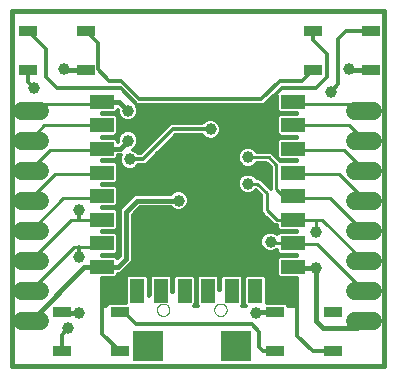
<source format=gtl>
G75*
%MOIN*%
%OFA0B0*%
%FSLAX25Y25*%
%IPPOS*%
%LPD*%
%AMOC8*
5,1,8,0,0,1.08239X$1,22.5*
%
%ADD10C,0.01600*%
%ADD11R,0.07874X0.04724*%
%ADD12R,0.04724X0.07874*%
%ADD13R,0.10000X0.10000*%
%ADD14C,0.00000*%
%ADD15C,0.06000*%
%ADD16R,0.05906X0.03543*%
%ADD17C,0.03962*%
%ADD18C,0.01200*%
%ADD19C,0.01000*%
D10*
X0008250Y0005000D02*
X0008250Y0123110D01*
X0132266Y0123110D01*
X0132266Y0005000D01*
X0008250Y0005000D01*
X0014500Y0020000D02*
X0032374Y0037874D01*
X0038250Y0037874D01*
X0043624Y0037874D01*
X0046375Y0040625D01*
X0046375Y0056250D01*
X0050125Y0060000D01*
X0063875Y0060000D01*
X0044244Y0077244D02*
X0047000Y0080000D01*
X0044244Y0077244D02*
X0038250Y0077244D01*
X0047000Y0090000D02*
X0044008Y0092992D01*
X0038250Y0092992D01*
X0032896Y0103504D02*
X0025996Y0103504D01*
X0025750Y0103750D01*
X0038250Y0045748D02*
X0038250Y0045000D01*
X0024854Y0022746D02*
X0025100Y0022500D01*
X0030750Y0022500D01*
X0089500Y0022500D02*
X0089746Y0022746D01*
X0096104Y0022746D01*
X0109500Y0020000D02*
X0112000Y0017500D01*
X0123250Y0017500D01*
X0125750Y0020000D01*
X0109500Y0020000D02*
X0109500Y0037500D01*
X0102404Y0037500D01*
X0102030Y0037874D01*
X0120996Y0103504D02*
X0120750Y0103750D01*
X0120996Y0103504D02*
X0127896Y0103504D01*
D11*
X0102030Y0092992D03*
X0102030Y0085118D03*
X0102030Y0077244D03*
X0102030Y0069370D03*
X0102030Y0061496D03*
X0102030Y0053622D03*
X0102030Y0045748D03*
X0102030Y0037874D03*
X0038250Y0037874D03*
X0038250Y0045748D03*
X0038250Y0053622D03*
X0038250Y0061496D03*
X0038250Y0069370D03*
X0038250Y0077244D03*
X0038250Y0085118D03*
X0038250Y0092992D03*
D12*
X0050061Y0030000D03*
X0057935Y0030000D03*
X0065809Y0030000D03*
X0073683Y0030000D03*
X0081557Y0030000D03*
X0089431Y0030000D03*
D13*
X0082915Y0011693D03*
X0053585Y0011693D03*
D14*
X0056636Y0023622D02*
X0056638Y0023713D01*
X0056644Y0023803D01*
X0056654Y0023894D01*
X0056668Y0023983D01*
X0056686Y0024072D01*
X0056707Y0024161D01*
X0056733Y0024248D01*
X0056762Y0024334D01*
X0056796Y0024418D01*
X0056832Y0024501D01*
X0056873Y0024583D01*
X0056917Y0024662D01*
X0056964Y0024740D01*
X0057015Y0024815D01*
X0057069Y0024888D01*
X0057126Y0024958D01*
X0057186Y0025026D01*
X0057249Y0025092D01*
X0057315Y0025154D01*
X0057384Y0025213D01*
X0057455Y0025270D01*
X0057529Y0025323D01*
X0057605Y0025373D01*
X0057683Y0025420D01*
X0057763Y0025463D01*
X0057844Y0025502D01*
X0057928Y0025538D01*
X0058013Y0025570D01*
X0058099Y0025599D01*
X0058186Y0025623D01*
X0058275Y0025644D01*
X0058364Y0025661D01*
X0058454Y0025674D01*
X0058544Y0025683D01*
X0058635Y0025688D01*
X0058726Y0025689D01*
X0058816Y0025686D01*
X0058907Y0025679D01*
X0058997Y0025668D01*
X0059087Y0025653D01*
X0059176Y0025634D01*
X0059264Y0025612D01*
X0059350Y0025585D01*
X0059436Y0025555D01*
X0059520Y0025521D01*
X0059603Y0025483D01*
X0059684Y0025442D01*
X0059763Y0025397D01*
X0059840Y0025348D01*
X0059914Y0025297D01*
X0059987Y0025242D01*
X0060057Y0025184D01*
X0060124Y0025123D01*
X0060188Y0025059D01*
X0060250Y0024993D01*
X0060309Y0024923D01*
X0060364Y0024852D01*
X0060417Y0024777D01*
X0060466Y0024701D01*
X0060512Y0024623D01*
X0060554Y0024542D01*
X0060593Y0024460D01*
X0060628Y0024376D01*
X0060659Y0024291D01*
X0060686Y0024204D01*
X0060710Y0024117D01*
X0060730Y0024028D01*
X0060746Y0023939D01*
X0060758Y0023849D01*
X0060766Y0023758D01*
X0060770Y0023667D01*
X0060770Y0023577D01*
X0060766Y0023486D01*
X0060758Y0023395D01*
X0060746Y0023305D01*
X0060730Y0023216D01*
X0060710Y0023127D01*
X0060686Y0023040D01*
X0060659Y0022953D01*
X0060628Y0022868D01*
X0060593Y0022784D01*
X0060554Y0022702D01*
X0060512Y0022621D01*
X0060466Y0022543D01*
X0060417Y0022467D01*
X0060364Y0022392D01*
X0060309Y0022321D01*
X0060250Y0022251D01*
X0060188Y0022185D01*
X0060124Y0022121D01*
X0060057Y0022060D01*
X0059987Y0022002D01*
X0059914Y0021947D01*
X0059840Y0021896D01*
X0059763Y0021847D01*
X0059684Y0021802D01*
X0059603Y0021761D01*
X0059520Y0021723D01*
X0059436Y0021689D01*
X0059350Y0021659D01*
X0059264Y0021632D01*
X0059176Y0021610D01*
X0059087Y0021591D01*
X0058997Y0021576D01*
X0058907Y0021565D01*
X0058816Y0021558D01*
X0058726Y0021555D01*
X0058635Y0021556D01*
X0058544Y0021561D01*
X0058454Y0021570D01*
X0058364Y0021583D01*
X0058275Y0021600D01*
X0058186Y0021621D01*
X0058099Y0021645D01*
X0058013Y0021674D01*
X0057928Y0021706D01*
X0057844Y0021742D01*
X0057763Y0021781D01*
X0057683Y0021824D01*
X0057605Y0021871D01*
X0057529Y0021921D01*
X0057455Y0021974D01*
X0057384Y0022031D01*
X0057315Y0022090D01*
X0057249Y0022152D01*
X0057186Y0022218D01*
X0057126Y0022286D01*
X0057069Y0022356D01*
X0057015Y0022429D01*
X0056964Y0022504D01*
X0056917Y0022582D01*
X0056873Y0022661D01*
X0056832Y0022743D01*
X0056796Y0022826D01*
X0056762Y0022910D01*
X0056733Y0022996D01*
X0056707Y0023083D01*
X0056686Y0023172D01*
X0056668Y0023261D01*
X0056654Y0023350D01*
X0056644Y0023441D01*
X0056638Y0023531D01*
X0056636Y0023622D01*
X0075730Y0023622D02*
X0075732Y0023713D01*
X0075738Y0023803D01*
X0075748Y0023894D01*
X0075762Y0023983D01*
X0075780Y0024072D01*
X0075801Y0024161D01*
X0075827Y0024248D01*
X0075856Y0024334D01*
X0075890Y0024418D01*
X0075926Y0024501D01*
X0075967Y0024583D01*
X0076011Y0024662D01*
X0076058Y0024740D01*
X0076109Y0024815D01*
X0076163Y0024888D01*
X0076220Y0024958D01*
X0076280Y0025026D01*
X0076343Y0025092D01*
X0076409Y0025154D01*
X0076478Y0025213D01*
X0076549Y0025270D01*
X0076623Y0025323D01*
X0076699Y0025373D01*
X0076777Y0025420D01*
X0076857Y0025463D01*
X0076938Y0025502D01*
X0077022Y0025538D01*
X0077107Y0025570D01*
X0077193Y0025599D01*
X0077280Y0025623D01*
X0077369Y0025644D01*
X0077458Y0025661D01*
X0077548Y0025674D01*
X0077638Y0025683D01*
X0077729Y0025688D01*
X0077820Y0025689D01*
X0077910Y0025686D01*
X0078001Y0025679D01*
X0078091Y0025668D01*
X0078181Y0025653D01*
X0078270Y0025634D01*
X0078358Y0025612D01*
X0078444Y0025585D01*
X0078530Y0025555D01*
X0078614Y0025521D01*
X0078697Y0025483D01*
X0078778Y0025442D01*
X0078857Y0025397D01*
X0078934Y0025348D01*
X0079008Y0025297D01*
X0079081Y0025242D01*
X0079151Y0025184D01*
X0079218Y0025123D01*
X0079282Y0025059D01*
X0079344Y0024993D01*
X0079403Y0024923D01*
X0079458Y0024852D01*
X0079511Y0024777D01*
X0079560Y0024701D01*
X0079606Y0024623D01*
X0079648Y0024542D01*
X0079687Y0024460D01*
X0079722Y0024376D01*
X0079753Y0024291D01*
X0079780Y0024204D01*
X0079804Y0024117D01*
X0079824Y0024028D01*
X0079840Y0023939D01*
X0079852Y0023849D01*
X0079860Y0023758D01*
X0079864Y0023667D01*
X0079864Y0023577D01*
X0079860Y0023486D01*
X0079852Y0023395D01*
X0079840Y0023305D01*
X0079824Y0023216D01*
X0079804Y0023127D01*
X0079780Y0023040D01*
X0079753Y0022953D01*
X0079722Y0022868D01*
X0079687Y0022784D01*
X0079648Y0022702D01*
X0079606Y0022621D01*
X0079560Y0022543D01*
X0079511Y0022467D01*
X0079458Y0022392D01*
X0079403Y0022321D01*
X0079344Y0022251D01*
X0079282Y0022185D01*
X0079218Y0022121D01*
X0079151Y0022060D01*
X0079081Y0022002D01*
X0079008Y0021947D01*
X0078934Y0021896D01*
X0078857Y0021847D01*
X0078778Y0021802D01*
X0078697Y0021761D01*
X0078614Y0021723D01*
X0078530Y0021689D01*
X0078444Y0021659D01*
X0078358Y0021632D01*
X0078270Y0021610D01*
X0078181Y0021591D01*
X0078091Y0021576D01*
X0078001Y0021565D01*
X0077910Y0021558D01*
X0077820Y0021555D01*
X0077729Y0021556D01*
X0077638Y0021561D01*
X0077548Y0021570D01*
X0077458Y0021583D01*
X0077369Y0021600D01*
X0077280Y0021621D01*
X0077193Y0021645D01*
X0077107Y0021674D01*
X0077022Y0021706D01*
X0076938Y0021742D01*
X0076857Y0021781D01*
X0076777Y0021824D01*
X0076699Y0021871D01*
X0076623Y0021921D01*
X0076549Y0021974D01*
X0076478Y0022031D01*
X0076409Y0022090D01*
X0076343Y0022152D01*
X0076280Y0022218D01*
X0076220Y0022286D01*
X0076163Y0022356D01*
X0076109Y0022429D01*
X0076058Y0022504D01*
X0076011Y0022582D01*
X0075967Y0022661D01*
X0075926Y0022743D01*
X0075890Y0022826D01*
X0075856Y0022910D01*
X0075827Y0022996D01*
X0075801Y0023083D01*
X0075780Y0023172D01*
X0075762Y0023261D01*
X0075748Y0023350D01*
X0075738Y0023441D01*
X0075732Y0023531D01*
X0075730Y0023622D01*
D15*
X0122750Y0020000D02*
X0128750Y0020000D01*
X0128750Y0030000D02*
X0122750Y0030000D01*
X0122750Y0040000D02*
X0128750Y0040000D01*
X0128750Y0050000D02*
X0122750Y0050000D01*
X0122750Y0060000D02*
X0128750Y0060000D01*
X0128750Y0070000D02*
X0122750Y0070000D01*
X0122750Y0080000D02*
X0128750Y0080000D01*
X0128750Y0090000D02*
X0122750Y0090000D01*
X0017500Y0090000D02*
X0011500Y0090000D01*
X0011500Y0080000D02*
X0017500Y0080000D01*
X0017500Y0070000D02*
X0011500Y0070000D01*
X0011500Y0060000D02*
X0017500Y0060000D01*
X0017500Y0050000D02*
X0011500Y0050000D01*
X0011500Y0040000D02*
X0017500Y0040000D01*
X0017500Y0030000D02*
X0011500Y0030000D01*
X0011500Y0020000D02*
X0017500Y0020000D01*
D16*
X0024854Y0022746D03*
X0024854Y0009754D03*
X0044146Y0009754D03*
X0044146Y0022746D03*
X0096104Y0022746D03*
X0096104Y0009754D03*
X0115396Y0009754D03*
X0115396Y0022746D03*
X0108604Y0103504D03*
X0108604Y0116496D03*
X0127896Y0116496D03*
X0127896Y0103504D03*
X0032896Y0103504D03*
X0032896Y0116496D03*
X0013604Y0116496D03*
X0013604Y0103504D03*
D17*
X0015750Y0097500D03*
X0025750Y0103750D03*
X0047000Y0090000D03*
X0047000Y0080000D03*
X0047625Y0073750D03*
X0063875Y0060000D03*
X0079500Y0050000D03*
X0094500Y0046250D03*
X0109500Y0049375D03*
X0109500Y0037500D03*
X0125250Y0050000D03*
X0089500Y0022500D03*
X0087000Y0065625D03*
X0087000Y0074375D03*
X0074500Y0083750D03*
X0114500Y0096250D03*
X0120750Y0103750D03*
X0030750Y0056875D03*
X0030750Y0041250D03*
X0030750Y0022500D03*
X0027000Y0017500D03*
D18*
X0024854Y0015354D01*
X0024854Y0009754D01*
X0038250Y0015650D02*
X0038250Y0027500D01*
X0046375Y0035625D01*
X0053875Y0035625D01*
X0069500Y0051250D01*
X0079500Y0050000D01*
X0080750Y0048125D01*
X0103250Y0025625D01*
X0103250Y0015000D01*
X0108496Y0009754D01*
X0115396Y0009754D01*
X0096104Y0009754D02*
X0095858Y0010000D01*
X0092000Y0010000D01*
X0090750Y0011250D01*
X0090750Y0016250D01*
X0088250Y0018750D01*
X0049500Y0018750D01*
X0045504Y0022746D01*
X0044146Y0022746D01*
X0046299Y0025918D02*
X0040613Y0025918D01*
X0039793Y0025098D01*
X0039793Y0025000D01*
X0038250Y0025000D01*
X0038250Y0034112D01*
X0042767Y0034112D01*
X0043587Y0034932D01*
X0043587Y0035674D01*
X0044535Y0035674D01*
X0047286Y0038425D01*
X0048575Y0039714D01*
X0048575Y0055339D01*
X0051036Y0057800D01*
X0061293Y0057800D01*
X0061960Y0057134D01*
X0063202Y0056619D01*
X0064548Y0056619D01*
X0065790Y0057134D01*
X0066741Y0058085D01*
X0067256Y0059327D01*
X0067256Y0060673D01*
X0066741Y0061915D01*
X0065790Y0062866D01*
X0064548Y0063381D01*
X0063202Y0063381D01*
X0061960Y0062866D01*
X0061293Y0062200D01*
X0049214Y0062200D01*
X0047925Y0060911D01*
X0044175Y0057161D01*
X0044175Y0041536D01*
X0043521Y0040882D01*
X0042767Y0041636D01*
X0038250Y0041636D01*
X0038250Y0041986D01*
X0042767Y0041986D01*
X0043587Y0042806D01*
X0043587Y0048690D01*
X0042767Y0049510D01*
X0038250Y0049510D01*
X0038250Y0049860D01*
X0042767Y0049860D01*
X0043587Y0050680D01*
X0043587Y0056564D01*
X0042767Y0057384D01*
X0038250Y0057384D01*
X0038250Y0057734D01*
X0042767Y0057734D01*
X0043587Y0058554D01*
X0043587Y0064438D01*
X0042767Y0065258D01*
X0038250Y0065258D01*
X0038250Y0065608D01*
X0042767Y0065608D01*
X0043587Y0066428D01*
X0043587Y0072312D01*
X0042767Y0073132D01*
X0038250Y0073132D01*
X0038250Y0073482D01*
X0042767Y0073482D01*
X0043587Y0074302D01*
X0043587Y0075044D01*
X0044501Y0075044D01*
X0044244Y0074423D01*
X0044244Y0073077D01*
X0044759Y0071835D01*
X0045710Y0070884D01*
X0046952Y0070369D01*
X0048298Y0070369D01*
X0049540Y0070884D01*
X0050407Y0071750D01*
X0052828Y0071750D01*
X0062828Y0081750D01*
X0071718Y0081750D01*
X0072585Y0080884D01*
X0073827Y0080369D01*
X0075173Y0080369D01*
X0076415Y0080884D01*
X0077366Y0081835D01*
X0077881Y0083077D01*
X0077881Y0084423D01*
X0077366Y0085665D01*
X0076415Y0086616D01*
X0075173Y0087131D01*
X0073827Y0087131D01*
X0072585Y0086616D01*
X0071718Y0085750D01*
X0061172Y0085750D01*
X0060000Y0084578D01*
X0051172Y0075750D01*
X0050407Y0075750D01*
X0049540Y0076616D01*
X0048603Y0077004D01*
X0048915Y0077134D01*
X0049866Y0078085D01*
X0050381Y0079327D01*
X0050381Y0080673D01*
X0049866Y0081915D01*
X0048915Y0082866D01*
X0047673Y0083381D01*
X0046327Y0083381D01*
X0045085Y0082866D01*
X0044134Y0081915D01*
X0043619Y0080673D01*
X0043619Y0079730D01*
X0043587Y0079698D01*
X0043587Y0080186D01*
X0042767Y0081006D01*
X0038250Y0081006D01*
X0038250Y0081356D01*
X0042767Y0081356D01*
X0043587Y0082176D01*
X0043587Y0088060D01*
X0042767Y0088880D01*
X0038250Y0088880D01*
X0038250Y0089230D01*
X0042767Y0089230D01*
X0043587Y0090050D01*
X0043587Y0090302D01*
X0043619Y0090270D01*
X0043619Y0089327D01*
X0044134Y0088085D01*
X0045085Y0087134D01*
X0046327Y0086619D01*
X0047673Y0086619D01*
X0048915Y0087134D01*
X0049866Y0088085D01*
X0050381Y0089327D01*
X0050381Y0090673D01*
X0049935Y0091750D01*
X0092203Y0091750D01*
X0095453Y0095000D01*
X0096693Y0095000D01*
X0096693Y0090050D01*
X0097513Y0089230D01*
X0103250Y0089230D01*
X0103250Y0088880D01*
X0097513Y0088880D01*
X0096693Y0088060D01*
X0096693Y0082176D01*
X0097513Y0081356D01*
X0103250Y0081356D01*
X0103250Y0081006D01*
X0097513Y0081006D01*
X0096693Y0080186D01*
X0096693Y0074302D01*
X0097513Y0073482D01*
X0103250Y0073482D01*
X0103250Y0073132D01*
X0097805Y0073132D01*
X0097162Y0073775D01*
X0094662Y0076275D01*
X0089873Y0076275D01*
X0089866Y0076290D01*
X0088915Y0077241D01*
X0087673Y0077756D01*
X0086327Y0077756D01*
X0085085Y0077241D01*
X0084134Y0076290D01*
X0083619Y0075048D01*
X0083619Y0073702D01*
X0084134Y0072460D01*
X0085085Y0071509D01*
X0086327Y0070994D01*
X0087673Y0070994D01*
X0088915Y0071509D01*
X0089866Y0072460D01*
X0089873Y0072475D01*
X0093088Y0072475D01*
X0094475Y0071088D01*
X0094475Y0063962D01*
X0090912Y0067525D01*
X0089873Y0067525D01*
X0089866Y0067540D01*
X0088915Y0068491D01*
X0087673Y0069006D01*
X0086327Y0069006D01*
X0085085Y0068491D01*
X0084134Y0067540D01*
X0083619Y0066298D01*
X0083619Y0064952D01*
X0084134Y0063710D01*
X0085085Y0062759D01*
X0086327Y0062244D01*
X0087673Y0062244D01*
X0088915Y0062759D01*
X0089610Y0063453D01*
X0091350Y0061713D01*
X0091350Y0056088D01*
X0092463Y0054975D01*
X0095716Y0051722D01*
X0096693Y0051722D01*
X0096693Y0050680D01*
X0097513Y0049860D01*
X0103250Y0049860D01*
X0103250Y0049510D01*
X0097513Y0049510D01*
X0096767Y0048765D01*
X0096415Y0049116D01*
X0095173Y0049631D01*
X0093827Y0049631D01*
X0092585Y0049116D01*
X0091634Y0048165D01*
X0091119Y0046923D01*
X0091119Y0045577D01*
X0091634Y0044335D01*
X0092585Y0043384D01*
X0093827Y0042869D01*
X0095173Y0042869D01*
X0096415Y0043384D01*
X0096693Y0043661D01*
X0096693Y0042806D01*
X0097513Y0041986D01*
X0103250Y0041986D01*
X0103250Y0041636D01*
X0097513Y0041636D01*
X0096693Y0040816D01*
X0096693Y0034932D01*
X0097513Y0034112D01*
X0103250Y0034112D01*
X0103250Y0025000D01*
X0100457Y0025000D01*
X0100457Y0025098D01*
X0099637Y0025918D01*
X0093193Y0025918D01*
X0093193Y0034517D01*
X0092373Y0035337D01*
X0086489Y0035337D01*
X0085669Y0034517D01*
X0085669Y0025483D01*
X0086152Y0025000D01*
X0084836Y0025000D01*
X0085319Y0025483D01*
X0085319Y0034517D01*
X0084499Y0035337D01*
X0078615Y0035337D01*
X0077795Y0034517D01*
X0077795Y0030289D01*
X0077445Y0030289D01*
X0077445Y0034517D01*
X0076625Y0035337D01*
X0070741Y0035337D01*
X0069921Y0034517D01*
X0069921Y0025483D01*
X0070404Y0025000D01*
X0069088Y0025000D01*
X0069571Y0025483D01*
X0069571Y0034517D01*
X0068751Y0035337D01*
X0062867Y0035337D01*
X0062047Y0034517D01*
X0062047Y0029453D01*
X0061697Y0029598D01*
X0061697Y0034517D01*
X0060877Y0035337D01*
X0054993Y0035337D01*
X0054173Y0034517D01*
X0054173Y0028521D01*
X0053823Y0028171D01*
X0053823Y0034517D01*
X0053003Y0035337D01*
X0047119Y0035337D01*
X0046299Y0034517D01*
X0046299Y0025918D01*
X0046299Y0026573D02*
X0038250Y0026573D01*
X0038250Y0025375D02*
X0040070Y0025375D01*
X0038250Y0027772D02*
X0046299Y0027772D01*
X0046299Y0028970D02*
X0038250Y0028970D01*
X0038250Y0030169D02*
X0046299Y0030169D01*
X0046299Y0031367D02*
X0038250Y0031367D01*
X0038250Y0032566D02*
X0046299Y0032566D01*
X0046299Y0033764D02*
X0038250Y0033764D01*
X0043587Y0034963D02*
X0046745Y0034963D01*
X0045023Y0036161D02*
X0096693Y0036161D01*
X0096693Y0034963D02*
X0092747Y0034963D01*
X0093193Y0033764D02*
X0103250Y0033764D01*
X0103250Y0032566D02*
X0093193Y0032566D01*
X0093193Y0031367D02*
X0103250Y0031367D01*
X0103250Y0030169D02*
X0093193Y0030169D01*
X0093193Y0028970D02*
X0103250Y0028970D01*
X0103250Y0027772D02*
X0093193Y0027772D01*
X0093193Y0026573D02*
X0103250Y0026573D01*
X0103250Y0025375D02*
X0100180Y0025375D01*
X0085777Y0025375D02*
X0085211Y0025375D01*
X0085319Y0026573D02*
X0085669Y0026573D01*
X0085669Y0027772D02*
X0085319Y0027772D01*
X0085319Y0028970D02*
X0085669Y0028970D01*
X0085669Y0030169D02*
X0085319Y0030169D01*
X0085319Y0031367D02*
X0085669Y0031367D01*
X0085669Y0032566D02*
X0085319Y0032566D01*
X0085319Y0033764D02*
X0085669Y0033764D01*
X0086115Y0034963D02*
X0084873Y0034963D01*
X0078241Y0034963D02*
X0076999Y0034963D01*
X0077445Y0033764D02*
X0077795Y0033764D01*
X0077795Y0032566D02*
X0077445Y0032566D01*
X0077445Y0031367D02*
X0077795Y0031367D01*
X0070367Y0034963D02*
X0069125Y0034963D01*
X0069571Y0033764D02*
X0069921Y0033764D01*
X0069921Y0032566D02*
X0069571Y0032566D01*
X0069571Y0031367D02*
X0069921Y0031367D01*
X0069921Y0030169D02*
X0069571Y0030169D01*
X0069571Y0028970D02*
X0069921Y0028970D01*
X0069921Y0027772D02*
X0069571Y0027772D01*
X0069571Y0026573D02*
X0069921Y0026573D01*
X0070029Y0025375D02*
X0069463Y0025375D01*
X0062047Y0030169D02*
X0061697Y0030169D01*
X0061697Y0031367D02*
X0062047Y0031367D01*
X0062047Y0032566D02*
X0061697Y0032566D01*
X0061697Y0033764D02*
X0062047Y0033764D01*
X0062493Y0034963D02*
X0061251Y0034963D01*
X0054619Y0034963D02*
X0053377Y0034963D01*
X0053823Y0033764D02*
X0054173Y0033764D01*
X0054173Y0032566D02*
X0053823Y0032566D01*
X0053823Y0031367D02*
X0054173Y0031367D01*
X0054173Y0030169D02*
X0053823Y0030169D01*
X0053823Y0028970D02*
X0054173Y0028970D01*
X0046221Y0037360D02*
X0096693Y0037360D01*
X0096693Y0038558D02*
X0047420Y0038558D01*
X0048575Y0039757D02*
X0096693Y0039757D01*
X0096832Y0040955D02*
X0048575Y0040955D01*
X0048575Y0042154D02*
X0097345Y0042154D01*
X0096693Y0043352D02*
X0096340Y0043352D01*
X0092660Y0043352D02*
X0048575Y0043352D01*
X0048575Y0044551D02*
X0091544Y0044551D01*
X0091119Y0045749D02*
X0048575Y0045749D01*
X0048575Y0046948D02*
X0091129Y0046948D01*
X0091626Y0048146D02*
X0048575Y0048146D01*
X0048575Y0049345D02*
X0093137Y0049345D01*
X0095863Y0049345D02*
X0097347Y0049345D01*
X0096829Y0050543D02*
X0048575Y0050543D01*
X0048575Y0051742D02*
X0095696Y0051742D01*
X0094498Y0052940D02*
X0048575Y0052940D01*
X0048575Y0054139D02*
X0093299Y0054139D01*
X0092101Y0055337D02*
X0048575Y0055337D01*
X0049772Y0056536D02*
X0091350Y0056536D01*
X0091350Y0057734D02*
X0066391Y0057734D01*
X0067093Y0058933D02*
X0091350Y0058933D01*
X0091350Y0060132D02*
X0067256Y0060132D01*
X0066984Y0061330D02*
X0091350Y0061330D01*
X0090534Y0062529D02*
X0088360Y0062529D01*
X0085640Y0062529D02*
X0066128Y0062529D01*
X0061622Y0062529D02*
X0043587Y0062529D01*
X0043587Y0063727D02*
X0084126Y0063727D01*
X0083630Y0064926D02*
X0043100Y0064926D01*
X0043283Y0066124D02*
X0083619Y0066124D01*
X0084043Y0067323D02*
X0043587Y0067323D01*
X0043587Y0068521D02*
X0085157Y0068521D01*
X0088843Y0068521D02*
X0094475Y0068521D01*
X0094475Y0067323D02*
X0091114Y0067323D01*
X0092313Y0066124D02*
X0094475Y0066124D01*
X0094475Y0064926D02*
X0093511Y0064926D01*
X0094475Y0069720D02*
X0043587Y0069720D01*
X0043587Y0070918D02*
X0045675Y0070918D01*
X0044642Y0072117D02*
X0043587Y0072117D01*
X0044244Y0073315D02*
X0038250Y0073315D01*
X0043587Y0074514D02*
X0044282Y0074514D01*
X0047625Y0073750D02*
X0052000Y0073750D01*
X0062000Y0083750D01*
X0074500Y0083750D01*
X0077518Y0085300D02*
X0096693Y0085300D01*
X0096693Y0084102D02*
X0077881Y0084102D01*
X0077809Y0082903D02*
X0096693Y0082903D01*
X0097164Y0081705D02*
X0077236Y0081705D01*
X0075504Y0080506D02*
X0097013Y0080506D01*
X0096693Y0079308D02*
X0060386Y0079308D01*
X0061585Y0080506D02*
X0073496Y0080506D01*
X0071764Y0081705D02*
X0062783Y0081705D01*
X0059523Y0084102D02*
X0043587Y0084102D01*
X0043587Y0085300D02*
X0060722Y0085300D01*
X0058325Y0082903D02*
X0048826Y0082903D01*
X0049954Y0081705D02*
X0057126Y0081705D01*
X0055928Y0080506D02*
X0050381Y0080506D01*
X0050373Y0079308D02*
X0054729Y0079308D01*
X0053531Y0078109D02*
X0049876Y0078109D01*
X0048830Y0076911D02*
X0052332Y0076911D01*
X0055592Y0074514D02*
X0083619Y0074514D01*
X0083779Y0073315D02*
X0054394Y0073315D01*
X0053195Y0072117D02*
X0084477Y0072117D01*
X0083894Y0075712D02*
X0056791Y0075712D01*
X0057989Y0076911D02*
X0084754Y0076911D01*
X0089246Y0076911D02*
X0096693Y0076911D01*
X0096693Y0078109D02*
X0059188Y0078109D01*
X0050750Y0070000D02*
X0057000Y0063750D01*
X0070750Y0063750D01*
X0080750Y0053750D01*
X0079500Y0050000D01*
X0080750Y0053750D02*
X0080750Y0055000D01*
X0061359Y0057734D02*
X0050971Y0057734D01*
X0047145Y0060132D02*
X0043587Y0060132D01*
X0043587Y0061330D02*
X0048344Y0061330D01*
X0045947Y0058933D02*
X0043587Y0058933D01*
X0042768Y0057734D02*
X0044748Y0057734D01*
X0044175Y0056536D02*
X0043587Y0056536D01*
X0043587Y0055337D02*
X0044175Y0055337D01*
X0044175Y0054139D02*
X0043587Y0054139D01*
X0043587Y0052940D02*
X0044175Y0052940D01*
X0044175Y0051742D02*
X0043587Y0051742D01*
X0043450Y0050543D02*
X0044175Y0050543D01*
X0044175Y0049345D02*
X0042932Y0049345D01*
X0043587Y0048146D02*
X0044175Y0048146D01*
X0044175Y0046948D02*
X0043587Y0046948D01*
X0043587Y0045749D02*
X0044175Y0045749D01*
X0044175Y0044551D02*
X0043587Y0044551D01*
X0043587Y0043352D02*
X0044175Y0043352D01*
X0044175Y0042154D02*
X0042935Y0042154D01*
X0043448Y0040955D02*
X0043594Y0040955D01*
X0030750Y0041250D02*
X0030750Y0044600D01*
X0030750Y0053600D02*
X0030750Y0056875D01*
X0049575Y0070918D02*
X0094475Y0070918D01*
X0093446Y0072117D02*
X0089523Y0072117D01*
X0095225Y0075712D02*
X0096693Y0075712D01*
X0096693Y0074514D02*
X0096423Y0074514D01*
X0097622Y0073315D02*
X0103250Y0073315D01*
X0096693Y0086499D02*
X0076533Y0086499D01*
X0072467Y0086499D02*
X0043587Y0086499D01*
X0043587Y0087697D02*
X0044521Y0087697D01*
X0043798Y0088896D02*
X0038250Y0088896D01*
X0043587Y0090094D02*
X0043619Y0090094D01*
X0049479Y0087697D02*
X0096693Y0087697D01*
X0096693Y0090094D02*
X0050381Y0090094D01*
X0050202Y0088896D02*
X0103250Y0088896D01*
X0096693Y0091293D02*
X0050124Y0091293D01*
X0050750Y0091250D02*
X0044500Y0097500D01*
X0023250Y0097500D01*
X0019500Y0101250D01*
X0019500Y0110600D01*
X0013604Y0116496D01*
X0013604Y0103504D02*
X0013604Y0099646D01*
X0015750Y0097500D01*
X0037000Y0103750D02*
X0040750Y0100000D01*
X0044500Y0100000D01*
X0050750Y0093750D01*
X0091375Y0093750D01*
X0097625Y0100000D01*
X0105100Y0100000D01*
X0108604Y0103504D01*
X0113250Y0101250D02*
X0109500Y0097500D01*
X0098250Y0097500D01*
X0093250Y0092500D01*
X0092945Y0092491D02*
X0096693Y0092491D01*
X0096693Y0093690D02*
X0094143Y0093690D01*
X0095342Y0094888D02*
X0096693Y0094888D01*
X0113250Y0101250D02*
X0113250Y0108750D01*
X0108604Y0113396D01*
X0108604Y0116496D01*
X0117000Y0113750D02*
X0117000Y0098750D01*
X0114500Y0096250D01*
X0117000Y0113750D02*
X0119746Y0116496D01*
X0127896Y0116496D01*
X0045174Y0082903D02*
X0043587Y0082903D01*
X0044046Y0081705D02*
X0043116Y0081705D01*
X0043267Y0080506D02*
X0043619Y0080506D01*
X0037000Y0103750D02*
X0037000Y0112392D01*
X0032896Y0116496D01*
X0038250Y0015650D02*
X0044146Y0009754D01*
D19*
X0014500Y0030000D02*
X0014550Y0030200D01*
X0028950Y0044600D01*
X0030750Y0044600D01*
X0037950Y0044600D01*
X0038250Y0045748D01*
X0037950Y0053600D02*
X0030750Y0053600D01*
X0028050Y0053600D01*
X0014550Y0040100D01*
X0014500Y0040000D01*
X0014550Y0050000D02*
X0014500Y0050000D01*
X0014550Y0050000D02*
X0025350Y0060800D01*
X0037950Y0060800D01*
X0038250Y0061496D01*
X0037950Y0068900D02*
X0038250Y0069370D01*
X0037950Y0068900D02*
X0022650Y0068900D01*
X0014550Y0060800D01*
X0014500Y0060000D01*
X0014500Y0070000D02*
X0014550Y0070700D01*
X0020850Y0077000D01*
X0037950Y0077000D01*
X0038250Y0077244D01*
X0037950Y0085100D02*
X0038250Y0085118D01*
X0037950Y0085100D02*
X0019050Y0085100D01*
X0014550Y0080600D01*
X0014500Y0080000D01*
X0014500Y0090000D02*
X0014550Y0090500D01*
X0016350Y0092300D01*
X0037950Y0092300D01*
X0038250Y0092992D01*
X0087000Y0074375D02*
X0093875Y0074375D01*
X0096375Y0071875D01*
X0096375Y0063750D01*
X0099325Y0060800D01*
X0102750Y0060800D01*
X0103875Y0060800D01*
X0114450Y0060800D01*
X0125250Y0050000D01*
X0125750Y0050000D01*
X0125250Y0040100D02*
X0125750Y0040000D01*
X0125250Y0040100D02*
X0111750Y0053600D01*
X0109500Y0053600D01*
X0109500Y0049375D01*
X0109950Y0045500D02*
X0125250Y0030200D01*
X0125750Y0030000D01*
X0109950Y0045500D02*
X0102750Y0045500D01*
X0102030Y0045748D01*
X0095002Y0045748D01*
X0094500Y0046250D01*
X0096503Y0053622D02*
X0093250Y0056875D01*
X0093250Y0062500D01*
X0090125Y0065625D01*
X0087000Y0065625D01*
X0102030Y0069370D02*
X0102750Y0068900D01*
X0117150Y0068900D01*
X0125250Y0060800D01*
X0125750Y0060000D01*
X0125750Y0070000D02*
X0125250Y0070700D01*
X0118950Y0077000D01*
X0102750Y0077000D01*
X0102030Y0077244D01*
X0102030Y0085118D02*
X0102750Y0085100D01*
X0120750Y0085100D01*
X0125250Y0080600D01*
X0125750Y0080000D01*
X0125750Y0090000D02*
X0123450Y0092300D01*
X0102750Y0092300D01*
X0102030Y0092992D01*
X0102030Y0053622D02*
X0096503Y0053622D01*
X0102750Y0053600D02*
X0109500Y0053600D01*
X0038250Y0053622D02*
X0037950Y0053600D01*
M02*

</source>
